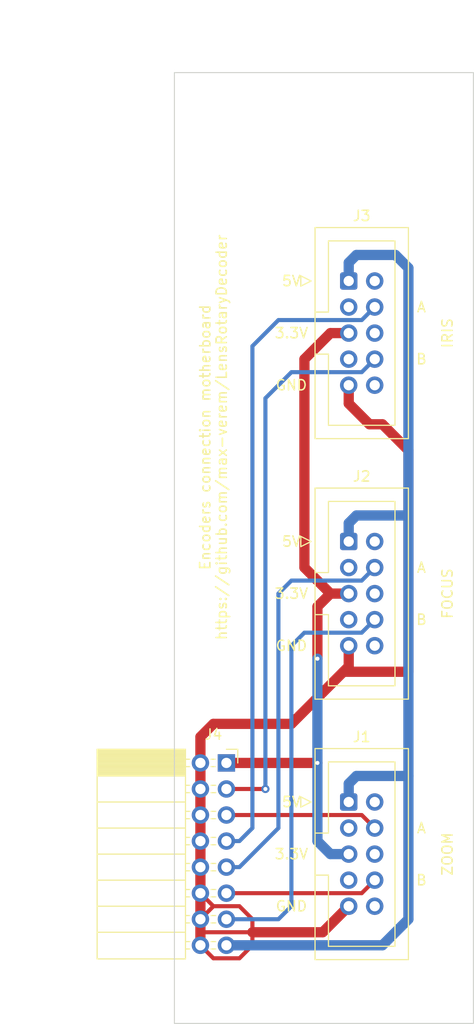
<source format=kicad_pcb>
(kicad_pcb (version 20211014) (generator pcbnew)
  (layers (0 "F.Cu" signal) (31 "B.Cu" signal) (34 "B.Paste" user) (35 "F.Paste" user) (36 "B.SilkS" user "B.Silkscreen") (37 "F.SilkS" user "F.Silkscreen") (38 "B.Mask" user) (39 "F.Mask" user) (44 "Edge.Cuts" user))
  (net 0 "")
  (net 1 "/VCC5")
  (net 3 "/VCC33")
  (net 5 "/GND")
  (net 7 "/ZOOM_B_OUT")
  (net 9 "/ZOOM_A_OUT")
  (net 14 "/FOCUS_B_OUT")
  (net 16 "/FOCUS_A_OUT")
  (net 21 "/IRIS_B_OUT")
  (net 23 "/IRIS_A_OUT")
  (footprint "MountingHole:MountingHole_3.2mm_M3" (layer "F.Cu") (at 149.86 55.88)
    (fp_text reference "H4" hide)
    (fp_text value "MountingHole" hide)
    (pad "" np_thru_hole circle locked (at 0 0) (size 3.2 3.2) (drill 3.2) (layers *.Cu *.Mask))
  )
  (footprint "Connector_IDC:IDC-Header_2x05_P2.54mm_Vertical" (layer "F.Cu") (at 141.4875 123.19)
    (fp_text reference "J1" (at 1.27 -6.35) (layer "F.SilkS"))
    (fp_text value "BH-10")
    (fp_line (start 4.52 14.07) (end -1.98 14.07) (layer "F.SilkS") (width 0.12))
    (fp_line (start -1.98 7.13) (end -3.29 7.13) (layer "F.SilkS") (width 0.12))
    (fp_line (start -3.29 -5.21) (end 5.83 -5.21) (layer "F.SilkS") (width 0.12))
    (fp_line (start 5.83 -5.21) (end 5.83 15.37) (layer "F.SilkS") (width 0.12))
    (fp_line (start 4.52 -3.91) (end 4.52 14.07) (layer "F.SilkS") (width 0.12))
    (fp_line (start -1.98 3.03) (end -1.98 -3.91) (layer "F.SilkS") (width 0.12))
    (fp_line (start -1.98 7.13) (end -1.98 7.13) (layer "F.SilkS") (width 0.12))
    (fp_line (start -4.68 -0.5) (end -4.68 0.5) (layer "F.SilkS") (width 0.12))
    (fp_line (start -3.68 0) (end -4.68 -0.5) (layer "F.SilkS") (width 0.12))
    (fp_line (start -3.29 15.37) (end -3.29 -5.21) (layer "F.SilkS") (width 0.12))
    (fp_line (start 5.83 15.37) (end -3.29 15.37) (layer "F.SilkS") (width 0.12))
    (fp_line (start -3.29 3.03) (end -1.98 3.03) (layer "F.SilkS") (width 0.12))
    (fp_line (start -4.68 0.5) (end -3.68 0) (layer "F.SilkS") (width 0.12))
    (fp_line (start -1.98 -3.91) (end 4.52 -3.91) (layer "F.SilkS") (width 0.12))
    (fp_line (start -1.98 14.07) (end -1.98 7.13) (layer "F.SilkS") (width 0.12))
    (pad "1" thru_hole roundrect locked (at 0 0) (size 1.7 1.7) (drill 1) (layers *.Cu *.Mask) (roundrect_rratio 0.1470588235) (net 1 "/VCC5"))
    (pad "2" thru_hole circle locked (at 2.54 0) (size 1.7 1.7) (drill 1) (layers *.Cu *.Mask))
    (pad "3" thru_hole circle locked (at 0 2.54) (size 1.7 1.7) (drill 1) (layers *.Cu *.Mask))
    (pad "4" thru_hole circle locked (at 2.54 2.54) (size 1.7 1.7) (drill 1) (layers *.Cu *.Mask) (net 7 "/ZOOM_B_OUT"))
    (pad "5" thru_hole circle locked (at 0 5.08) (size 1.7 1.7) (drill 1) (layers *.Cu *.Mask) (net 3 "/VCC33"))
    (pad "6" thru_hole circle locked (at 2.54 5.08) (size 1.7 1.7) (drill 1) (layers *.Cu *.Mask))
    (pad "7" thru_hole circle locked (at 0 7.62) (size 1.7 1.7) (drill 1) (layers *.Cu *.Mask))
    (pad "8" thru_hole circle locked (at 2.54 7.62) (size 1.7 1.7) (drill 1) (layers *.Cu *.Mask) (net 9 "/ZOOM_A_OUT"))
    (pad "9" thru_hole circle locked (at 0 10.16) (size 1.7 1.7) (drill 1) (layers *.Cu *.Mask) (net 5 "/GND"))
    (pad "10" thru_hole circle locked (at 2.54 10.16) (size 1.7 1.7) (drill 1) (layers *.Cu *.Mask))
  )
  (footprint "Connector_IDC:IDC-Header_2x05_P2.54mm_Vertical" (layer "F.Cu") (at 141.4875 97.79)
    (fp_text reference "J2" (at 1.27 -6.35) (layer "F.SilkS"))
    (fp_text value "BH-10")
    (fp_line (start -3.68 0) (end -4.68 -0.5) (layer "F.SilkS") (width 0.12))
    (fp_line (start 4.52 14.07) (end -1.98 14.07) (layer "F.SilkS") (width 0.12))
    (fp_line (start -1.98 -3.91) (end 4.52 -3.91) (layer "F.SilkS") (width 0.12))
    (fp_line (start -3.29 3.03) (end -1.98 3.03) (layer "F.SilkS") (width 0.12))
    (fp_line (start 5.83 -5.21) (end 5.83 15.37) (layer "F.SilkS") (width 0.12))
    (fp_line (start -4.68 0.5) (end -3.68 0) (layer "F.SilkS") (width 0.12))
    (fp_line (start -1.98 3.03) (end -1.98 -3.91) (layer "F.SilkS") (width 0.12))
    (fp_line (start 5.83 15.37) (end -3.29 15.37) (layer "F.SilkS") (width 0.12))
    (fp_line (start -3.29 -5.21) (end 5.83 -5.21) (layer "F.SilkS") (width 0.12))
    (fp_line (start -1.98 14.07) (end -1.98 7.13) (layer "F.SilkS") (width 0.12))
    (fp_line (start 4.52 -3.91) (end 4.52 14.07) (layer "F.SilkS") (width 0.12))
    (fp_line (start -1.98 7.13) (end -1.98 7.13) (layer "F.SilkS") (width 0.12))
    (fp_line (start -3.29 15.37) (end -3.29 -5.21) (layer "F.SilkS") (width 0.12))
    (fp_line (start -4.68 -0.5) (end -4.68 0.5) (layer "F.SilkS") (width 0.12))
    (fp_line (start -1.98 7.13) (end -3.29 7.13) (layer "F.SilkS") (width 0.12))
    (pad "1" thru_hole roundrect locked (at 0 0) (size 1.7 1.7) (drill 1) (layers *.Cu *.Mask) (roundrect_rratio 0.1470588235) (net 1 "/VCC5"))
    (pad "2" thru_hole circle locked (at 2.54 0) (size 1.7 1.7) (drill 1) (layers *.Cu *.Mask))
    (pad "3" thru_hole circle locked (at 0 2.54) (size 1.7 1.7) (drill 1) (layers *.Cu *.Mask))
    (pad "4" thru_hole circle locked (at 2.54 2.54) (size 1.7 1.7) (drill 1) (layers *.Cu *.Mask) (net 14 "/FOCUS_B_OUT"))
    (pad "5" thru_hole circle locked (at 0 5.08) (size 1.7 1.7) (drill 1) (layers *.Cu *.Mask) (net 3 "/VCC33"))
    (pad "6" thru_hole circle locked (at 2.54 5.08) (size 1.7 1.7) (drill 1) (layers *.Cu *.Mask))
    (pad "7" thru_hole circle locked (at 0 7.62) (size 1.7 1.7) (drill 1) (layers *.Cu *.Mask))
    (pad "8" thru_hole circle locked (at 2.54 7.62) (size 1.7 1.7) (drill 1) (layers *.Cu *.Mask) (net 16 "/FOCUS_A_OUT"))
    (pad "9" thru_hole circle locked (at 0 10.16) (size 1.7 1.7) (drill 1) (layers *.Cu *.Mask) (net 5 "/GND"))
    (pad "10" thru_hole circle locked (at 2.54 10.16) (size 1.7 1.7) (drill 1) (layers *.Cu *.Mask))
  )
  (footprint "Connector_IDC:IDC-Header_2x05_P2.54mm_Vertical" (layer "F.Cu") (at 141.4875 72.39)
    (fp_text reference "J3" (at 1.27 -6.35) (layer "F.SilkS"))
    (fp_text value "BH-10")
    (fp_line (start -1.98 -3.91) (end 4.52 -3.91) (layer "F.SilkS") (width 0.12))
    (fp_line (start -1.98 14.07) (end -1.98 7.13) (layer "F.SilkS") (width 0.12))
    (fp_line (start 5.83 15.37) (end -3.29 15.37) (layer "F.SilkS") (width 0.12))
    (fp_line (start 4.52 14.07) (end -1.98 14.07) (layer "F.SilkS") (width 0.12))
    (fp_line (start -1.98 7.13) (end -3.29 7.13) (layer "F.SilkS") (width 0.12))
    (fp_line (start -3.29 15.37) (end -3.29 -5.21) (layer "F.SilkS") (width 0.12))
    (fp_line (start -1.98 7.13) (end -1.98 7.13) (layer "F.SilkS") (width 0.12))
    (fp_line (start 5.83 -5.21) (end 5.83 15.37) (layer "F.SilkS") (width 0.12))
    (fp_line (start -3.29 3.03) (end -1.98 3.03) (layer "F.SilkS") (width 0.12))
    (fp_line (start -3.29 -5.21) (end 5.83 -5.21) (layer "F.SilkS") (width 0.12))
    (fp_line (start -4.68 -0.5) (end -4.68 0.5) (layer "F.SilkS") (width 0.12))
    (fp_line (start -3.68 0) (end -4.68 -0.5) (layer "F.SilkS") (width 0.12))
    (fp_line (start -4.68 0.5) (end -3.68 0) (layer "F.SilkS") (width 0.12))
    (fp_line (start 4.52 -3.91) (end 4.52 14.07) (layer "F.SilkS") (width 0.12))
    (fp_line (start -1.98 3.03) (end -1.98 -3.91) (layer "F.SilkS") (width 0.12))
    (pad "1" thru_hole roundrect locked (at 0 0) (size 1.7 1.7) (drill 1) (layers *.Cu *.Mask) (roundrect_rratio 0.1470588235) (net 1 "/VCC5"))
    (pad "2" thru_hole circle locked (at 2.54 0) (size 1.7 1.7) (drill 1) (layers *.Cu *.Mask))
    (pad "3" thru_hole circle locked (at 0 2.54) (size 1.7 1.7) (drill 1) (layers *.Cu *.Mask))
    (pad "4" thru_hole circle locked (at 2.54 2.54) (size 1.7 1.7) (drill 1) (layers *.Cu *.Mask) (net 21 "/IRIS_B_OUT"))
    (pad "5" thru_hole circle locked (at 0 5.08) (size 1.7 1.7) (drill 1) (layers *.Cu *.Mask) (net 3 "/VCC33"))
    (pad "6" thru_hole circle locked (at 2.54 5.08) (size 1.7 1.7) (drill 1) (layers *.Cu *.Mask))
    (pad "7" thru_hole circle locked (at 0 7.62) (size 1.7 1.7) (drill 1) (layers *.Cu *.Mask))
    (pad "8" thru_hole circle locked (at 2.54 7.62) (size 1.7 1.7) (drill 1) (layers *.Cu *.Mask) (net 23 "/IRIS_A_OUT"))
    (pad "9" thru_hole circle locked (at 0 10.16) (size 1.7 1.7) (drill 1) (layers *.Cu *.Mask) (net 5 "/GND"))
    (pad "10" thru_hole circle locked (at 2.54 10.16) (size 1.7 1.7) (drill 1) (layers *.Cu *.Mask))
  )
  (footprint "MountingHole:MountingHole_3.2mm_M3" (layer "F.Cu") (at 128.27 140.97)
    (fp_text reference "H2" hide)
    (fp_text value "MountingHole" hide)
    (pad "" np_thru_hole circle locked (at 0 0) (size 3.2 3.2) (drill 3.2) (layers *.Cu *.Mask))
  )
  (footprint "MountingHole:MountingHole_3.2mm_M3" (layer "F.Cu") (at 149.86 140.97)
    (fp_text reference "H1" hide)
    (fp_text value "MountingHole" hide)
    (pad "" np_thru_hole circle locked (at 0 0) (size 3.2 3.2) (drill 3.2) (layers *.Cu *.Mask))
  )
  (footprint "MountingHole:MountingHole_3.2mm_M3" (layer "F.Cu") (at 128.27 55.88)
    (fp_text reference "H3" hide)
    (fp_text value "MountingHole" hide)
    (pad "" np_thru_hole circle locked (at 0 0) (size 3.2 3.2) (drill 3.2) (layers *.Cu *.Mask))
  )
  (footprint "Connector_PinSocket_2.54mm:PinSocket_2x08_P2.54mm_Horizontal" (layer "F.Cu") (at 129.54 119.38)
    (fp_text reference "J4" (at -1.27 -2.77) (layer "F.SilkS"))
    (fp_text value "PBD-16R")
    (fp_line (start -12.63 0.561425) (end -4 0.561425) (layer "F.SilkS") (width 0.12))
    (fp_line (start -12.63 -1.33) (end -4 -1.33) (layer "F.SilkS") (width 0.12))
    (fp_line (start -12.63 0.91571) (end -4 0.91571) (layer "F.SilkS") (width 0.12))
    (fp_line (start -1.49 9.8) (end -1.05 9.8) (layer "F.SilkS") (width 0.12))
    (fp_line (start -1.49 -0.36) (end -1.11 -0.36) (layer "F.SilkS") (width 0.12))
    (fp_line (start -1.49 18.14) (end -1.05 18.14) (layer "F.SilkS") (width 0.12))
    (fp_line (start -4 9.8) (end -3.59 9.8) (layer "F.SilkS") (width 0.12))
    (fp_line (start -12.63 -0.855715) (end -4 -0.855715) (layer "F.SilkS") (width 0.12))
    (fp_line (start -12.63 8.89) (end -4 8.89) (layer "F.SilkS") (width 0.12))
    (fp_line (start -12.63 0.44333) (end -4 0.44333) (layer "F.SilkS") (width 0.12))
    (fp_line (start -1.49 12.34) (end -1.05 12.34) (layer "F.SilkS") (width 0.12))
    (fp_line (start -12.63 0.20714) (end -4 0.20714) (layer "F.SilkS") (width 0.12))
    (fp_line (start -1.49 7.98) (end -1.05 7.98) (layer "F.SilkS") (width 0.12))
    (fp_line (start -12.63 -0.26524) (end -4 -0.26524) (layer "F.SilkS") (width 0.12))
    (fp_line (start -1.49 0.36) (end -1.11 0.36) (layer "F.SilkS") (width 0.12))
    (fp_line (start -12.63 -1.21) (end -4 -1.21) (layer "F.SilkS") (width 0.12))
    (fp_line (start -12.63 -0.619525) (end -4 -0.619525) (layer "F.SilkS") (width 0.12))
    (fp_line (start -12.63 0.325235) (end -4 0.325235) (layer "F.SilkS") (width 0.12))
    (fp_line (start -1.49 2.9) (end -1.05 2.9) (layer "F.SilkS") (width 0.12))
    (fp_line (start 1.11 -1.33) (end 1.11 0) (layer "F.SilkS") (width 0.12))
    (fp_line (start -12.63 11.43) (end -4 11.43) (layer "F.SilkS") (width 0.12))
    (fp_line (start -1.49 2.18) (end -1.05 2.18) (layer "F.SilkS") (width 0.12))
    (fp_line (start -12.63 -0.147145) (end -4 -0.147145) (layer "F.SilkS") (width 0.12))
    (fp_line (start -4 17.42) (end -3.59 17.42) (layer "F.SilkS") (width 0.12))
    (fp_line (start -1.49 13.06) (end -1.05 13.06) (layer "F.SilkS") (width 0.12))
    (fp_line (start -12.63 -0.383335) (end -4 -0.383335) (layer "F.SilkS") (width 0.12))
    (fp_line (start -4 0.36) (end -3.59 0.36) (layer "F.SilkS") (width 0.12))
    (fp_line (start -4 5.44) (end -3.59 5.44) (layer "F.SilkS") (width 0.12))
    (fp_line (start -12.63 1.033805) (end -4 1.033805) (layer "F.SilkS") (width 0.12))
    (fp_line (start -12.63 -0.50143) (end -4 -0.50143) (layer "F.SilkS") (width 0.12))
    (fp_line (start -12.63 1.27) (end -4 1.27) (layer "F.SilkS") (width 0.12))
    (fp_line (start -4 7.26) (end -3.59 7.26) (layer "F.SilkS") (width 0.12))
    (fp_line (start -12.63 -0.02905) (end -4 -0.02905) (layer "F.SilkS") (width 0.12))
    (fp_line (start -12.63 16.51) (end -4 16.51) (layer "F.SilkS") (width 0.12))
    (fp_line (start -12.63 -1.091905) (end -4 -1.091905) (layer "F.SilkS") (width 0.12))
    (fp_line (start -4 14.88) (end -3.59 14.88) (layer "F.SilkS") (width 0.12))
    (fp_line (start -4 2.9) (end -3.59 2.9) (layer "F.SilkS") (width 0.12))
    (fp_line (start -1.49 7.26) (end -1.05 7.26) (layer "F.SilkS") (width 0.12))
    (fp_line (start -12.63 0.089045) (end -4 0.089045) (layer "F.SilkS") (width 0.12))
    (fp_line (start -12.63 -0.73762) (end -4 -0.73762) (layer "F.SilkS") (width 0.12))
    (fp_line (start -4 18.14) (end -3.59 18.14) (layer "F.SilkS") (width 0.12))
    (fp_line (start -4 -1.33) (end -4 19.11) (layer "F.SilkS") (width 0.12))
    (fp_line (start -1.49 10.52) (end -1.05 10.52) (layer "F.SilkS") (width 0.12))
    (fp_line (start -12.63 6.35) (end -4 6.35) (layer "F.SilkS") (width 0.12))
    (fp_line (start -4 10.52) (end -3.59 10.52) (layer "F.SilkS") (width 0.12))
    (fp_line (start -1.49 14.88) (end -1.05 14.88) (layer "F.SilkS") (width 0.12))
    (fp_line (start -4 13.06) (end -3.59 13.06) (layer "F.SilkS") (width 0.12))
    (fp_line (start -12.63 3.81) (end -4 3.81) (layer "F.SilkS") (width 0.12))
    (fp_line (start -4 2.18) (end -3.59 2.18) (layer "F.SilkS") (width 0.12))
    (fp_line (start -12.63 -1.33) (end -12.63 19.11) (layer "F.SilkS") (width 0.12))
    (fp_line (start -1.49 4.72) (end -1.05 4.72) (layer "F.SilkS") (width 0.12))
    (fp_line (start -4 7.98) (end -3.59 7.98) (layer "F.SilkS") (width 0.12))
    (fp_line (start -12.63 -0.97381) (end -4 -0.97381) (layer "F.SilkS") (width 0.12))
    (fp_line (start -4 -0.36) (end -3.59 -0.36) (layer "F.SilkS") (width 0.12))
    (fp_line (start -12.63 1.1519) (end -4 1.1519) (layer "F.SilkS") (width 0.12))
    (fp_line (start -4 12.34) (end -3.59 12.34) (layer "F.SilkS") (width 0.12))
    (fp_line (start -12.63 0.67952) (end -4 0.67952) (layer "F.SilkS") (width 0.12))
    (fp_line (start -12.63 19.11) (end -4 19.11) (layer "F.SilkS") (width 0.12))
    (fp_line (start -1.49 17.42) (end -1.05 17.42) (layer "F.SilkS") (width 0.12))
    (fp_line (start -1.49 5.44) (end -1.05 5.44) (layer "F.SilkS") (width 0.12))
    (fp_line (start -4 4.72) (end -3.59 4.72) (layer "F.SilkS") (width 0.12))
    (fp_line (start -1.49 15.6) (end -1.05 15.6) (layer "F.SilkS") (width 0.12))
    (fp_line (start -12.63 0.797615) (end -4 0.797615) (layer "F.SilkS") (width 0.12))
    (fp_line (start -12.63 13.97) (end -4 13.97) (layer "F.SilkS") (width 0.12))
    (fp_line (start -4 15.6) (end -3.59 15.6) (layer "F.SilkS") (width 0.12))
    (fp_line (start 0 -1.33) (end 1.11 -1.33) (layer "F.SilkS") (width 0.12))
    (pad "1" thru_hole rect locked (at 0 0) (size 1.7 1.7) (drill 1) (layers *.Cu *.Mask) (net 3 "/VCC33"))
    (pad "2" thru_hole oval locked (at -2.54 0) (size 1.7 1.7) (drill 1) (layers *.Cu *.Mask) (net 5 "/GND"))
    (pad "3" thru_hole oval locked (at 0 2.54) (size 1.7 1.7) (drill 1) (layers *.Cu *.Mask) (net 23 "/IRIS_A_OUT"))
    (pad "4" thru_hole oval locked (at -2.54 2.54) (size 1.7 1.7) (drill 1) (layers *.Cu *.Mask) (net 5 "/GND"))
    (pad "5" thru_hole oval locked (at 0 5.08) (size 1.7 1.7) (drill 1) (layers *.Cu *.Mask) (net 7 "/ZOOM_B_OUT"))
    (pad "6" thru_hole oval locked (at -2.54 5.08) (size 1.7 1.7) (drill 1) (layers *.Cu *.Mask) (net 5 "/GND"))
    (pad "7" thru_hole oval locked (at 0 7.62) (size 1.7 1.7) (drill 1) (layers *.Cu *.Mask) (net 21 "/IRIS_B_OUT"))
    (pad "8" thru_hole oval locked (at -2.54 7.62) (size 1.7 1.7) (drill 1) (layers *.Cu *.Mask) (net 5 "/GND"))
    (pad "9" thru_hole oval locked (at 0 10.16) (size 1.7 1.7) (drill 1) (layers *.Cu *.Mask) (net 14 "/FOCUS_B_OUT"))
    (pad "10" thru_hole oval locked (at -2.54 10.16) (size 1.7 1.7) (drill 1) (layers *.Cu *.Mask) (net 5 "/GND"))
    (pad "11" thru_hole oval locked (at 0 12.7) (size 1.7 1.7) (drill 1) (layers *.Cu *.Mask) (net 9 "/ZOOM_A_OUT"))
    (pad "12" thru_hole oval locked (at -2.54 12.7) (size 1.7 1.7) (drill 1) (layers *.Cu *.Mask) (net 5 "/GND"))
    (pad "13" thru_hole oval locked (at 0 15.24) (size 1.7 1.7) (drill 1) (layers *.Cu *.Mask) (net 16 "/FOCUS_A_OUT"))
    (pad "14" thru_hole oval locked (at -2.54 15.24) (size 1.7 1.7) (drill 1) (layers *.Cu *.Mask) (net 5 "/GND"))
    (pad "15" thru_hole oval locked (at 0 17.78) (size 1.7 1.7) (drill 1) (layers *.Cu *.Mask) (net 1 "/VCC5"))
    (pad "16" thru_hole oval locked (at -2.54 17.78) (size 1.7 1.7) (drill 1) (layers *.Cu *.Mask) (net 5 "/GND"))
  )
  (gr_rect (start 124.46 52.07) (end 153.67 144.78) (layer "Edge.Cuts") (width 0.1) (fill none))
  (gr_text "FOCUS" (at 151.13 102.87 90) (layer "F.SilkS") (effects (font (size 1 1))))
  (gr_text "A" (at 148.59 74.93) (layer "F.SilkS") (effects (font (size 1 1))))
  (gr_text "5V" (at 135.89 72.39) (layer "F.SilkS") (effects (font (size 1 1))))
  (gr_text "A" (at 148.59 100.33) (layer "F.SilkS") (effects (font (size 1 1))))
  (gr_text "5V" (at 135.89 123.19) (layer "F.SilkS") (effects (font (size 1 1))))
  (gr_text "B" (at 148.59 130.81) (layer "F.SilkS") (effects (font (size 1 1))))
  (gr_text "3.3V" (at 135.89 77.47) (layer "F.SilkS") (effects (font (size 1 1))))
  (gr_text "GND" (at 135.89 82.55) (layer "F.SilkS") (effects (font (size 1 1))))
  (gr_text "ZOOM" (at 151.13 128.27 90) (layer "F.SilkS") (effects (font (size 1 1))))
  (gr_text "A" (at 148.59 125.73) (layer "F.SilkS") (effects (font (size 1 1))))
  (gr_text "GND" (at 135.89 107.95) (layer "F.SilkS") (effects (font (size 1 1))))
  (gr_text "IRIS" (at 151.13 77.47 90) (layer "F.SilkS") (effects (font (size 1 1))))
  (gr_text "3.3V" (at 135.89 128.27) (layer "F.SilkS") (effects (font (size 1 1))))
  (gr_text "5V" (at 135.89 97.79) (layer "F.SilkS") (effects (font (size 1 1))))
  (gr_text "Encoders connection motherboard\nhttps://github.com/max-verem/LensRotaryDecoder" (at 128.27 87.63 90) (layer "F.SilkS") (effects (font (size 1 1))))
  (gr_text "GND" (at 135.89 133.35) (layer "F.SilkS") (effects (font (size 1 1))))
  (gr_text "B" (at 148.59 105.41) (layer "F.SilkS") (effects (font (size 1 1))))
  (gr_text "3.3V" (at 135.89 102.87) (layer "F.SilkS") (effects (font (size 1 1))))
  (gr_text "B" (at 148.59 80.01) (layer "F.SilkS") (effects (font (size 1 1))))
  (segment (start 141.4875 97.79) (end 141.4875 96.0025) (width 1) (layer "B.Cu") (net 1))
  (segment (start 141.4875 123.19) (end 141.4875 121.4025) (width 1) (layer "B.Cu") (net 1))
  (segment (start 142.24 69.85) (end 141.4875 70.6025) (width 1) (layer "B.Cu") (net 1))
  (segment (start 147.32 120.65) (end 147.32 95.25) (width 1) (layer "B.Cu") (net 1))
  (segment (start 142.24 95.25) (end 147.32 95.25) (width 1) (layer "B.Cu") (net 1))
  (segment (start 147.32 95.25) (end 147.32 71.12) (width 1) (layer "B.Cu") (net 1))
  (segment (start 129.54 137.16) (end 144.78 137.16) (width 1) (layer "B.Cu") (net 1))
  (segment (start 144.78 137.16) (end 147.32 134.62) (width 1) (layer "B.Cu") (net 1))
  (segment (start 147.32 71.12) (end 146.05 69.85) (width 1) (layer "B.Cu") (net 1))
  (segment (start 141.4875 70.6025) (end 141.4875 72.39) (width 1) (layer "B.Cu") (net 1))
  (segment (start 141.4875 121.4025) (end 142.24 120.65) (width 1) (layer "B.Cu") (net 1))
  (segment (start 147.32 134.62) (end 147.32 120.65) (width 1) (layer "B.Cu") (net 1))
  (segment (start 141.4875 96.0025) (end 142.24 95.25) (width 1) (layer "B.Cu") (net 1))
  (segment (start 146.05 69.85) (end 142.24 69.85) (width 1) (layer "B.Cu") (net 1))
  (segment (start 142.24 120.65) (end 147.32 120.65) (width 1) (layer "B.Cu") (net 1))
  (segment (start 137.16 100.33) (end 137.16 80.01) (width 1) (layer "F.Cu") (net 3))
  (segment (start 137.16 80.01) (end 139.7 77.47) (width 1) (layer "F.Cu") (net 3))
  (segment (start 141.4875 102.87) (end 139.7 102.87) (width 1) (layer "F.Cu") (net 3))
  (segment (start 139.7 102.87) (end 137.16 100.33) (width 1) (layer "F.Cu") (net 3))
  (segment (start 129.54 119.38) (end 138.43 119.38) (width 1) (layer "F.Cu") (net 3))
  (segment (start 138.43 109.22) (end 138.43 104.14) (width 1) (layer "F.Cu") (net 3))
  (segment (start 138.43 104.14) (end 139.7 102.87) (width 1) (layer "F.Cu") (net 3))
  (segment (start 139.7 77.47) (end 141.4875 77.47) (width 1) (layer "F.Cu") (net 3))
  (via (at 138.43 109.22) (size 0.8) (drill 0.4) (layers "F.Cu" "B.Cu") (net 3))
  (via (at 138.43 119.38) (size 0.8) (drill 0.4) (layers "F.Cu" "B.Cu") (net 3))
  (segment (start 139.7 128.27) (end 138.43 127) (width 1) (layer "B.Cu") (net 3))
  (segment (start 138.43 127) (end 138.43 119.38) (width 1) (layer "B.Cu") (net 3))
  (segment (start 138.43 119.38) (end 138.43 109.22) (width 1) (layer "B.Cu") (net 3))
  (segment (start 141.4875 128.27) (end 139.7 128.27) (width 1) (layer "B.Cu") (net 3))
  (segment (start 132.08 134.62) (end 132.08 135.89) (width 0.4) (layer "F.Cu") (net 5))
  (segment (start 147.32 88.9) (end 147.32 110.49) (width 1) (layer "F.Cu") (net 5))
  (segment (start 130.81 138.43) (end 132.08 137.16) (width 0.4) (layer "F.Cu") (net 5))
  (segment (start 127 134.62) (end 128.27 133.35) (width 0.4) (layer "F.Cu") (net 5))
  (segment (start 128.27 138.43) (end 130.81 138.43) (width 0.4) (layer "F.Cu") (net 5))
  (segment (start 127 132.08) (end 128.27 133.35) (width 0.4) (layer "F.Cu") (net 5))
  (segment (start 138.9475 135.89) (end 132.08 135.89) (width 1) (layer "F.Cu") (net 5))
  (segment (start 127 134.62) (end 127 132.08) (width 1) (layer "F.Cu") (net 5))
  (segment (start 143.51 86.36) (end 144.78 86.36) (width 1) (layer "F.Cu") (net 5))
  (segment (start 128.27 115.57) (end 135.89 115.57) (width 1) (layer "F.Cu") (net 5))
  (segment (start 141.4875 107.95) (end 141.4875 109.9725) (width 1) (layer "F.Cu") (net 5))
  (segment (start 128.27 133.35) (end 130.81 133.35) (width 0.4) (layer "F.Cu") (net 5))
  (segment (start 130.81 133.35) (end 132.08 134.62) (width 0.4) (layer "F.Cu") (net 5))
  (segment (start 127 132.08) (end 127 129.54) (width 1) (layer "F.Cu") (net 5))
  (segment (start 127 129.54) (end 127 127) (width 1) (layer "F.Cu") (net 5))
  (segment (start 127 124.46) (end 127 127) (width 1) (layer "F.Cu") (net 5))
  (segment (start 127 116.84) (end 128.27 115.57) (width 1) (layer "F.Cu") (net 5))
  (segment (start 141.4875 82.55) (end 141.4875 84.3375) (width 1) (layer "F.Cu") (net 5))
  (segment (start 141.4875 84.3375) (end 143.51 86.36) (width 1) (layer "F.Cu") (net 5))
  (segment (start 127 137.16) (end 127 135.89) (width 0.4) (layer "F.Cu") (net 5))
  (segment (start 127 135.89) (end 127 134.62) (width 0.4) (layer "F.Cu") (net 5))
  (segment (start 140.97 110.49) (end 135.89 115.57) (width 1) (layer "F.Cu") (net 5))
  (segment (start 127 137.16) (end 127 134.62) (width 1) (layer "F.Cu") (net 5))
  (segment (start 127 119.38) (end 127 116.84) (width 1) (layer "F.Cu") (net 5))
  (segment (start 127 119.38) (end 127 121.92) (width 1) (layer "F.Cu") (net 5))
  (segment (start 147.32 110.49) (end 140.97 110.49) (width 1) (layer "F.Cu") (net 5))
  (segment (start 127 135.89) (end 132.08 135.89) (width 0.4) (layer "F.Cu") (net 5))
  (segment (start 127 121.92) (end 127 124.46) (width 1) (layer "F.Cu") (net 5))
  (segment (start 144.78 86.36) (end 147.32 88.9) (width 1) (layer "F.Cu") (net 5))
  (segment (start 127 137.16) (end 128.27 138.43) (width 0.4) (layer "F.Cu") (net 5))
  (segment (start 141.4875 133.35) (end 138.9475 135.89) (width 1) (layer "F.Cu") (net 5))
  (segment (start 141.4875 109.9725) (end 140.97 110.49) (width 1) (layer "F.Cu") (net 5))
  (segment (start 132.08 137.16) (end 132.08 135.89) (width 0.4) (layer "F.Cu") (net 5))
  (segment (start 129.54 124.46) (end 142.7575 124.46) (width 0.4) (layer "F.Cu") (net 7))
  (segment (start 142.7575 124.46) (end 144.0275 125.73) (width 0.4) (layer "F.Cu") (net 7))
  (segment (start 142.7575 132.08) (end 144.0275 130.81) (width 0.4) (layer "F.Cu") (net 9))
  (segment (start 129.54 132.08) (end 142.7575 132.08) (width 0.4) (layer "F.Cu") (net 9))
  (segment (start 135.89 101.6) (end 134.62 102.87) (width 0.4) (layer "B.Cu") (net 14))
  (segment (start 144.0275 100.33) (end 142.7575 101.6) (width 0.4) (layer "B.Cu") (net 14))
  (segment (start 134.62 102.87) (end 134.62 125.73) (width 0.4) (layer "B.Cu") (net 14))
  (segment (start 142.7575 101.6) (end 135.89 101.6) (width 0.4) (layer "B.Cu") (net 14))
  (segment (start 134.62 125.73) (end 130.81 129.54) (width 0.4) (layer "B.Cu") (net 14))
  (segment (start 130.81 129.54) (end 129.54 129.54) (width 0.4) (layer "B.Cu") (net 14))
  (segment (start 135.89 107.95) (end 135.89 133.35) (width 0.4) (layer "B.Cu") (net 16))
  (segment (start 134.62 134.62) (end 129.54 134.62) (width 0.4) (layer "B.Cu") (net 16))
  (segment (start 137.16 106.68) (end 135.89 107.95) (width 0.4) (layer "B.Cu") (net 16))
  (segment (start 135.89 133.35) (end 134.62 134.62) (width 0.4) (layer "B.Cu") (net 16))
  (segment (start 142.7575 106.68) (end 137.16 106.68) (width 0.4) (layer "B.Cu") (net 16))
  (segment (start 144.0275 105.41) (end 142.7575 106.68) (width 0.4) (layer "B.Cu") (net 16))
  (segment (start 142.7575 76.2) (end 134.62 76.2) (width 0.4) (layer "B.Cu") (net 21))
  (segment (start 132.08 125.73) (end 130.81 127) (width 0.4) (layer "B.Cu") (net 21))
  (segment (start 132.08 78.74) (end 132.08 125.73) (width 0.4) (layer "B.Cu") (net 21))
  (segment (start 144.0275 74.93) (end 142.7575 76.2) (width 0.4) (layer "B.Cu") (net 21))
  (segment (start 130.81 127) (end 129.54 127) (width 0.4) (layer "B.Cu") (net 21))
  (segment (start 134.62 76.2) (end 132.08 78.74) (width 0.4) (layer "B.Cu") (net 21))
  (segment (start 129.54 121.92) (end 133.35 121.92) (width 0.4) (layer "F.Cu") (net 23))
  (via (at 133.35 121.92) (size 0.8) (drill 0.4) (layers "F.Cu" "B.Cu") (net 23))
  (segment (start 135.89 81.28) (end 142.7575 81.28) (width 0.4) (layer "B.Cu") (net 23))
  (segment (start 133.35 121.92) (end 133.35 83.82) (width 0.4) (layer "B.Cu") (net 23))
  (segment (start 133.35 83.82) (end 135.89 81.28) (width 0.4) (layer "B.Cu") (net 23))
  (segment (start 142.7575 81.28) (end 144.0275 80.01) (width 0.4) (layer "B.Cu") (net 23))
)
</source>
